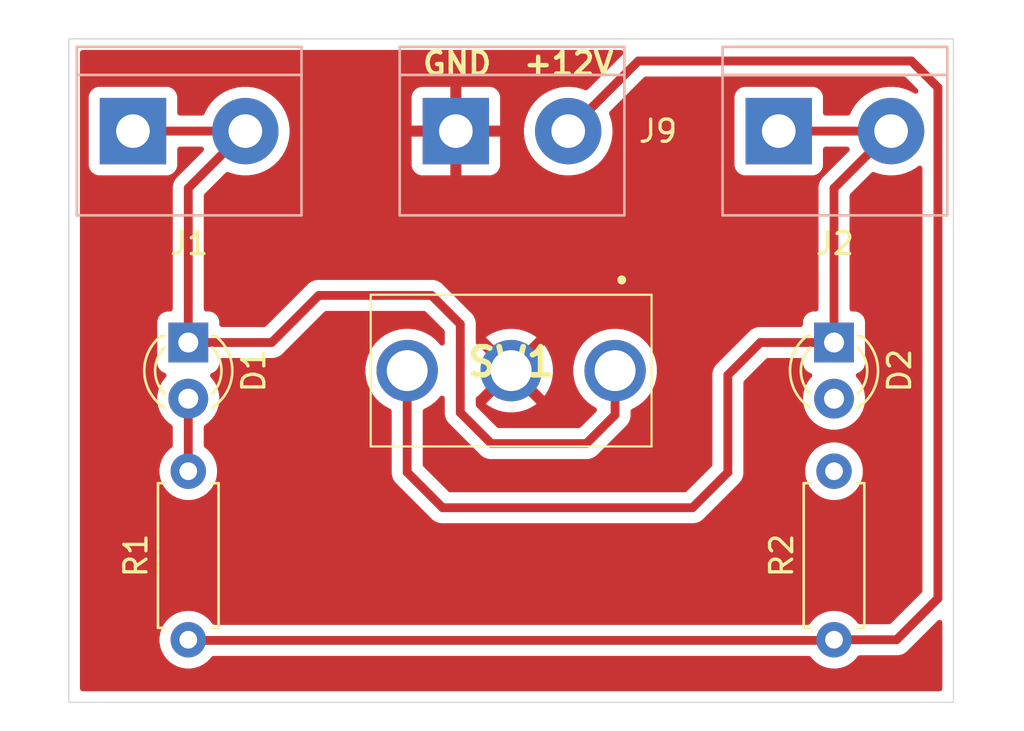
<source format=kicad_pcb>
(kicad_pcb (version 20241229) (generator "pcbnew") (generator_version "9.0")
  (title_block (title "Amp Switcher - 2-way Control Matrix (alternate)") (date "2025-03-17") (rev "1.0") (comment 3 "SPDX-FileCopyrightText: 2025 Arnaud Ferraris <aferraris@debian.org>") (comment 4 "SPDX-License-Identifier: CERN-OHL-S-2.0+"))
  (layers (0 "F.Cu" signal) (2 "B.Cu" signal) (13 "F.Paste" user) (15 "B.Paste" user) (5 "F.SilkS" user "F.Silkscreen") (7 "B.SilkS" user "B.Silkscreen") (1 "F.Mask" user) (3 "B.Mask" user) (25 "Edge.Cuts" user))
  (net 0 "")
  (net 1 "Net-(D1-K)")
  (net 2 "Net-(D1-A)")
  (net 3 "Net-(D2-A)")
  (net 4 "Net-(D2-K)")
  (net 5 "GND")
  (net 6 "+12V")
  (footprint "Personal_Footprints:SPDT_Toggle" (layer "F.Cu") (at 84.7 95 180)
    (property "Reference" "SW1" (at 4.7 0.385 0) (layer "F.SilkS") (effects (font (size 1.27 1.27) (thickness 0.254))))
    (property "Value" "SW_SPDT" (hide yes))
    (fp_line (start 11.05 3.43) (end -1.65 3.43) (stroke (width 0.1)) (layer "F.SilkS"))
    (fp_line (start 11.05 -3.43) (end 11.05 3.43) (stroke (width 0.1)) (layer "F.SilkS"))
    (fp_line (start -0.3 4.2) (end -0.3 4.2) (stroke (width 0.2)) (layer "F.SilkS"))
    (fp_line (start -0.3 4) (end -0.3 4) (stroke (width 0.2)) (layer "F.SilkS"))
    (fp_line (start -1.65 3.43) (end -1.65 -3.43) (stroke (width 0.1)) (layer "F.SilkS"))
    (fp_line (start -1.65 -3.43) (end 11.05 -3.43) (stroke (width 0.1)) (layer "F.SilkS"))
    (fp_arc (start -0.3 4.2) (mid -0.4 4.1) (end -0.3 4) (stroke (width 0.2)) (layer "F.SilkS"))
    (fp_arc (start -0.3 4) (mid -0.2 4.1) (end -0.3 4.2) (stroke (width 0.2)) (layer "F.SilkS"))
    (pad "1" thru_hole circle (at 0 0 180) (size 2.775 2.775) (drill 1.85) (layers "*.Cu" "*.Mask") (net 1 "Net-(D1-K)"))
    (pad "2" thru_hole circle (at 4.7 0 180) (size 2.775 2.775) (drill 1.85) (layers "*.Cu" "*.Mask") (net 5 "GND"))
    (pad "3" thru_hole circle (at 9.4 0 180) (size 2.775 2.775) (drill 1.85) (layers "*.Cu" "*.Mask") (net 4 "Net-(D2-K)"))
  )
  (footprint "Resistor_THT:R_Axial_DIN0207_L6.3mm_D2.5mm_P7.62mm_Horizontal" (layer "F.Cu") (at 94.6 107.17 90)
    (property "Reference" "R2" (at 3.81 -2.37 90) (layer "F.SilkS"))
    (property "Value" "680R")
    (fp_line (start 7.08 -1.37) (end 7.08 -1.04) (stroke (width 0.12)) (layer "F.SilkS"))
    (fp_line (start 0.54 -1.37) (end 7.08 -1.37) (stroke (width 0.12)) (layer "F.SilkS"))
    (fp_line (start 0.54 -1.04) (end 0.54 -1.37) (stroke (width 0.12)) (layer "F.SilkS"))
    (fp_line (start 0.54 1.04) (end 0.54 1.37) (stroke (width 0.12)) (layer "F.SilkS"))
    (fp_line (start 7.08 1.37) (end 7.08 1.04) (stroke (width 0.12)) (layer "F.SilkS"))
    (fp_line (start 0.54 1.37) (end 7.08 1.37) (stroke (width 0.12)) (layer "F.SilkS"))
    (pad "1" thru_hole circle (at 0 0 90) (size 1.6 1.6) (drill 0.8) (layers "*.Cu" "*.Mask") (net 6 "+12V"))
    (pad "2" thru_hole oval (at 7.62 0 90) (size 1.6 1.6) (drill 0.8) (layers "*.Cu" "*.Mask") (net 3 "Net-(D2-A)"))
  )
  (footprint "LED_THT:LED_D3.0mm" (layer "F.Cu") (at 94.6 93.73 -90)
    (property "Reference" "D2" (at 1.27 -2.96 90) (layer "F.SilkS"))
    (property "Value" "LED")
    (fp_line (start -0.29 1.08) (end -0.29 1.236) (stroke (width 0.12)) (layer "F.SilkS"))
    (fp_line (start -0.29 -1.236) (end -0.29 -1.08) (stroke (width 0.12)) (layer "F.SilkS"))
    (fp_arc (start 2.941397 1.080061) (mid 1.365624 1.987701) (end -0.29 1.235516) (stroke (width 0.12)) (layer "F.SilkS"))
    (fp_arc (start 2.31091 1.080049) (mid 1.269964 1.5) (end 0.229039 1.08) (stroke (width 0.12)) (layer "F.SilkS"))
    (fp_arc (start 0.229039 -1.08) (mid 1.269964 -1.5) (end 2.31091 -1.080049) (stroke (width 0.12)) (layer "F.SilkS"))
    (fp_arc (start -0.29 -1.235516) (mid 1.365624 -1.987701) (end 2.941397 -1.080061) (stroke (width 0.12)) (layer "F.SilkS"))
    (pad "1" thru_hole rect (at 0 0 270) (size 1.8 1.8) (drill 0.9) (layers "*.Cu" "*.Mask") (net 4 "Net-(D2-K)"))
    (pad "2" thru_hole circle (at 2.54 0 270) (size 1.8 1.8) (drill 0.9) (layers "*.Cu" "*.Mask") (net 3 "Net-(D2-A)"))
  )
  (footprint "Resistor_THT:R_Axial_DIN0207_L6.3mm_D2.5mm_P7.62mm_Horizontal" (layer "F.Cu") (at 65.4 107.17 90)
    (property "Reference" "R1" (at 3.81 -2.37 90) (layer "F.SilkS"))
    (property "Value" "680R")
    (fp_line (start 7.08 -1.37) (end 7.08 -1.04) (stroke (width 0.12)) (layer "F.SilkS"))
    (fp_line (start 0.54 -1.37) (end 7.08 -1.37) (stroke (width 0.12)) (layer "F.SilkS"))
    (fp_line (start 0.54 -1.04) (end 0.54 -1.37) (stroke (width 0.12)) (layer "F.SilkS"))
    (fp_line (start 0.54 1.04) (end 0.54 1.37) (stroke (width 0.12)) (layer "F.SilkS"))
    (fp_line (start 7.08 1.37) (end 7.08 1.04) (stroke (width 0.12)) (layer "F.SilkS"))
    (fp_line (start 0.54 1.37) (end 7.08 1.37) (stroke (width 0.12)) (layer "F.SilkS"))
    (pad "1" thru_hole circle (at 0 0 90) (size 1.6 1.6) (drill 0.8) (layers "*.Cu" "*.Mask") (net 6 "+12V"))
    (pad "2" thru_hole oval (at 7.62 0 90) (size 1.6 1.6) (drill 0.8) (layers "*.Cu" "*.Mask") (net 2 "Net-(D1-A)"))
  )
  (footprint "LED_THT:LED_D3.0mm" (layer "F.Cu") (at 65.4 93.73 -90)
    (property "Reference" "D1" (at 1.27 -2.96 90) (layer "F.SilkS"))
    (property "Value" "LED")
    (fp_line (start -0.29 1.08) (end -0.29 1.236) (stroke (width 0.12)) (layer "F.SilkS"))
    (fp_line (start -0.29 -1.236) (end -0.29 -1.08) (stroke (width 0.12)) (layer "F.SilkS"))
    (fp_arc (start 2.941397 1.080061) (mid 1.365624 1.987701) (end -0.29 1.235516) (stroke (width 0.12)) (layer "F.SilkS"))
    (fp_arc (start 2.31091 1.080049) (mid 1.269964 1.5) (end 0.229039 1.08) (stroke (width 0.12)) (layer "F.SilkS"))
    (fp_arc (start 0.229039 -1.08) (mid 1.269964 -1.5) (end 2.31091 -1.080049) (stroke (width 0.12)) (layer "F.SilkS"))
    (fp_arc (start -0.29 -1.235516) (mid 1.365624 -1.987701) (end 2.941397 -1.080061) (stroke (width 0.12)) (layer "F.SilkS"))
    (pad "1" thru_hole rect (at 0 0 270) (size 1.8 1.8) (drill 0.9) (layers "*.Cu" "*.Mask") (net 1 "Net-(D1-K)"))
    (pad "2" thru_hole circle (at 2.54 0 270) (size 1.8 1.8) (drill 0.9) (layers "*.Cu" "*.Mask") (net 2 "Net-(D1-A)"))
  )
  (footprint "TerminalBlock:TerminalBlock_bornier-2_P5.08mm" (layer "B.Cu") (at 62.9 84.17)
    (property "Reference" "J1" (at 2.54 5.08 0) (layer "F.SilkS"))
    (property "Value" "Screw_Terminal_01x02")
    (fp_line (start -2.54 -3.81) (end 7.62 -3.81) (stroke (width 0.12)) (layer "B.SilkS"))
    (fp_line (start -2.54 3.81) (end -2.54 -3.81) (stroke (width 0.12)) (layer "B.SilkS"))
    (fp_line (start 7.62 -3.81) (end 7.62 3.81) (stroke (width 0.12)) (layer "B.SilkS"))
    (fp_line (start 7.62 -2.54) (end -2.54 -2.54) (stroke (width 0.12)) (layer "B.SilkS"))
    (fp_line (start 7.62 3.81) (end -2.54 3.81) (stroke (width 0.12)) (layer "B.SilkS"))
    (pad "1" thru_hole rect (at 0 0) (size 3 3) (drill 1.52) (layers "*.Cu" "*.Mask") (net 1 "Net-(D1-K)"))
    (pad "2" thru_hole circle (at 5.08 0) (size 3 3) (drill 1.52) (layers "*.Cu" "*.Mask") (net 1 "Net-(D1-K)"))
  )
  (footprint "TerminalBlock:TerminalBlock_bornier-2_P5.08mm" (layer "B.Cu") (at 92.1 84.17)
    (property "Reference" "J2" (at 2.54 5.08 0) (layer "F.SilkS"))
    (property "Value" "Screw_Terminal_01x02")
    (fp_line (start -2.54 -3.81) (end 7.62 -3.81) (stroke (width 0.12)) (layer "B.SilkS"))
    (fp_line (start -2.54 3.81) (end -2.54 -3.81) (stroke (width 0.12)) (layer "B.SilkS"))
    (fp_line (start 7.62 -3.81) (end 7.62 3.81) (stroke (width 0.12)) (layer "B.SilkS"))
    (fp_line (start 7.62 -2.54) (end -2.54 -2.54) (stroke (width 0.12)) (layer "B.SilkS"))
    (fp_line (start 7.62 3.81) (end -2.54 3.81) (stroke (width 0.12)) (layer "B.SilkS"))
    (pad "1" thru_hole rect (at 0 0) (size 3 3) (drill 1.52) (layers "*.Cu" "*.Mask") (net 4 "Net-(D2-K)"))
    (pad "2" thru_hole circle (at 5.08 0) (size 3 3) (drill 1.52) (layers "*.Cu" "*.Mask") (net 4 "Net-(D2-K)"))
  )
  (footprint "TerminalBlock:TerminalBlock_bornier-2_P5.08mm" (layer "B.Cu") (at 77.5 84.17)
    (property "Reference" "J9" (at 9.14 0 0) (layer "F.SilkS"))
    (property "Value" "Screw_Terminal_01x02")
    (fp_line (start -2.54 -3.81) (end 7.62 -3.81) (stroke (width 0.12)) (layer "B.SilkS"))
    (fp_line (start -2.54 3.81) (end -2.54 -3.81) (stroke (width 0.12)) (layer "B.SilkS"))
    (fp_line (start 7.62 -3.81) (end 7.62 3.81) (stroke (width 0.12)) (layer "B.SilkS"))
    (fp_line (start 7.62 -2.54) (end -2.54 -2.54) (stroke (width 0.12)) (layer "B.SilkS"))
    (fp_line (start 7.62 3.81) (end -2.54 3.81) (stroke (width 0.12)) (layer "B.SilkS"))
    (pad "1" thru_hole rect (at 0 0) (size 3 3) (drill 1.52) (layers "*.Cu" "*.Mask") (net 5 "GND"))
    (pad "2" thru_hole circle (at 5.08 0) (size 3 3) (drill 1.52) (layers "*.Cu" "*.Mask") (net 6 "+12V"))
  )
  (gr_rect (start 60 80) (end 100 110) (stroke (width 0.05)) (fill no) (layer "Edge.Cuts"))
  (gr_text "GND  +12V" (at 75.9 81.7 0) (layer "F.SilkS") (effects (font (size 1 1) (thickness 0.2) (bold yes)) (justify left bottom)))
  (segment (start 79.1 98.3) (end 83.4 98.3) (width 0.4) (layer "F.Cu") (net 1))
  (segment (start 77.7 92.9) (end 77.7 96.9) (width 0.4) (layer "F.Cu") (net 1))
  (segment (start 67.98 84.17) (end 65.4 86.75) (width 0.4) (layer "F.Cu") (net 1))
  (segment (start 83.4 98.3) (end 84.7 97) (width 0.4) (layer "F.Cu") (net 1))
  (segment (start 69.17 93.73) (end 71.3 91.6) (width 0.4) (layer "F.Cu") (net 1))
  (segment (start 84.7 97) (end 84.7 95) (width 0.4) (layer "F.Cu") (net 1))
  (segment (start 65.4 93.73) (end 69.17 93.73) (width 0.4) (layer "F.Cu") (net 1))
  (segment (start 76.4 91.6) (end 77.7 92.9) (width 0.4) (layer "F.Cu") (net 1))
  (segment (start 62.9 84.17) (end 67.98 84.17) (width 0.4) (layer "F.Cu") (net 1))
  (segment (start 77.7 96.9) (end 79.1 98.3) (width 0.4) (layer "F.Cu") (net 1))
  (segment (start 65.4 86.75) (end 65.4 93.73) (width 0.4) (layer "F.Cu") (net 1))
  (segment (start 71.3 91.6) (end 76.4 91.6) (width 0.4) (layer "F.Cu") (net 1))
  (segment (start 65.4 96.27) (end 65.4 99.55) (width 0.4) (layer "F.Cu") (net 2))
  (segment (start 88.2 101.2) (end 89.8 99.6) (width 0.4) (layer "F.Cu") (net 4))
  (segment (start 91.27 93.73) (end 94.6 93.73) (width 0.4) (layer "F.Cu") (net 4))
  (segment (start 75.3 95) (end 75.3 99.6) (width 0.4) (layer "F.Cu") (net 4))
  (segment (start 94.6 86.75) (end 94.6 93.73) (width 0.4) (layer "F.Cu") (net 4))
  (segment (start 97.18 84.17) (end 94.6 86.75) (width 0.4) (layer "F.Cu") (net 4))
  (segment (start 76.9 101.2) (end 88.2 101.2) (width 0.4) (layer "F.Cu") (net 4))
  (segment (start 75.3 99.6) (end 76.9 101.2) (width 0.4) (layer "F.Cu") (net 4))
  (segment (start 92.1 84.17) (end 97.18 84.17) (width 0.4) (layer "F.Cu") (net 4))
  (segment (start 89.8 95.2) (end 91.27 93.73) (width 0.4) (layer "F.Cu") (net 4))
  (segment (start 89.8 99.6) (end 89.8 95.2) (width 0.4) (layer "F.Cu") (net 4))
  (segment (start 98.1 81) (end 99.299 82.199) (width 0.4) (layer "F.Cu") (net 6))
  (segment (start 99.299 82.199) (end 99.299 105.301) (width 0.4) (layer "F.Cu") (net 6))
  (segment (start 94.57 107.2) (end 94.6 107.17) (width 0.4) (layer "F.Cu") (net 6))
  (segment (start 85.75 81) (end 98.1 81) (width 0.4) (layer "F.Cu") (net 6))
  (segment (start 82.58 84.17) (end 85.75 81) (width 0.4) (layer "F.Cu") (net 6))
  (segment (start 99.299 105.301) (end 97.43 107.17) (width 0.4) (layer "F.Cu") (net 6))
  (segment (start 65.4 107.17) (end 65.43 107.2) (width 0.4) (layer "F.Cu") (net 6))
  (segment (start 97.43 107.17) (end 94.6 107.17) (width 0.4) (layer "F.Cu") (net 6))
  (segment (start 65.43 107.2) (end 94.57 107.2) (width 0.4) (layer "F.Cu") (net 6))
  (zone (net 5) (net_name "GND") (layer "F.Cu") (connect_pads (clearance 0.5)) (min_thickness 0.25) (fill yes (thermal_gap 0.5) (thermal_bridge_width 0.5))
    (polygon (pts (xy 58.9 78.9) (xy 101.2 79) (xy 100.9 111.3) (xy 58.5 110.5)))
  )
)
</source>
